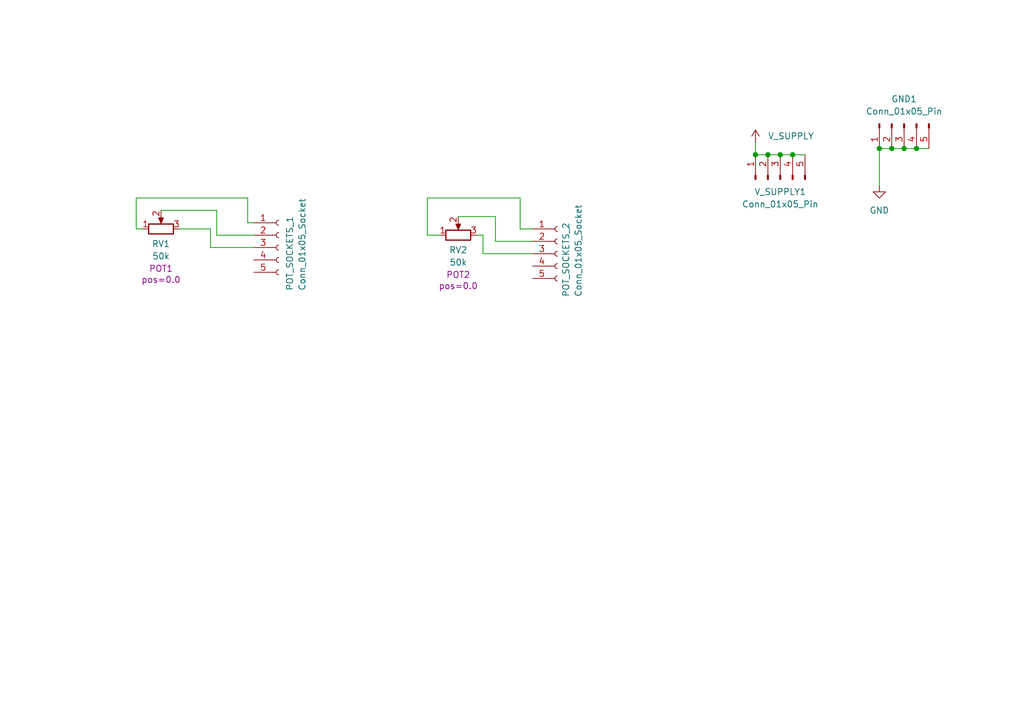
<source format=kicad_sch>
(kicad_sch (version 20231120) (generator "eeschema") (generator_version "8.0")
  (paper "A5")
  (lib_symbols
    (symbol "Connector:Conn_01x05_Pin" (pin_names (offset 1.016) hide)
      (property "Reference" "J" (at 0 7.62 0))
      (property "Value" "Conn_01x05_Pin" (at 0 -7.62 0))
      (symbol "Conn_01x05_Pin_1_1"
        (polyline (pts (xy 1.27 -5.08) (xy 0.8636 -5.08)) (stroke (width 0.1524)))
        (polyline (pts (xy 1.27 -2.54) (xy 0.8636 -2.54)) (stroke (width 0.1524)))
        (polyline (pts (xy 1.27 0) (xy 0.8636 0)) (stroke (width 0.1524)))
        (polyline (pts (xy 1.27 2.54) (xy 0.8636 2.54)) (stroke (width 0.1524)))
        (polyline (pts (xy 1.27 5.08) (xy 0.8636 5.08)) (stroke (width 0.1524)))
        (rectangle (start 0.8636 -4.953) (end 0 -5.207) (stroke (width 0.1524)) (fill (type outline)))
        (rectangle (start 0.8636 -2.413) (end 0 -2.667) (stroke (width 0.1524)) (fill (type outline)))
        (rectangle (start 0.8636 0.127) (end 0 -0.127) (stroke (width 0.1524)) (fill (type outline)))
        (rectangle (start 0.8636 2.667) (end 0 2.413) (stroke (width 0.1524)) (fill (type outline)))
        (rectangle (start 0.8636 5.207) (end 0 4.953) (stroke (width 0.1524)) (fill (type outline)))
        (pin passive line (at 5.08 5.08 180) (length 3.81) (name "Pin_1") (number "1"))
        (pin passive line (at 5.08 2.54 180) (length 3.81) (name "Pin_2") (number "2"))
        (pin passive line (at 5.08 0 180) (length 3.81) (name "Pin_3") (number "3"))
        (pin passive line (at 5.08 -2.54 180) (length 3.81) (name "Pin_4") (number "4"))
        (pin passive line (at 5.08 -5.08 180) (length 3.81) (name "Pin_5") (number "5"))
      )
    )
    (symbol "Connector:Conn_01x05_Socket" (pin_names (offset 1.016) hide)
      (property "Reference" "J" (at 0 7.62 0))
      (property "Value" "Conn_01x05_Socket" (at 0 -7.62 0))
      (symbol "Conn_01x05_Socket_1_1"
        (arc (start 0 -4.572) (mid -0.5058 -5.08) (end 0 -5.588) (stroke (width 0.1524)))
        (arc (start 0 -2.032) (mid -0.5058 -2.54) (end 0 -3.048) (stroke (width 0.1524)))
        (polyline (pts (xy -1.27 -5.08) (xy -0.508 -5.08)) (stroke (width 0.1524)))
        (polyline (pts (xy -1.27 -2.54) (xy -0.508 -2.54)) (stroke (width 0.1524)))
        (polyline (pts (xy -1.27 0) (xy -0.508 0)) (stroke (width 0.1524)))
        (polyline (pts (xy -1.27 2.54) (xy -0.508 2.54)) (stroke (width 0.1524)))
        (polyline (pts (xy -1.27 5.08) (xy -0.508 5.08)) (stroke (width 0.1524)))
        (arc (start 0 0.508) (mid -0.5058 0) (end 0 -0.508) (stroke (width 0.1524)))
        (arc (start 0 3.048) (mid -0.5058 2.54) (end 0 2.032) (stroke (width 0.1524)))
        (arc (start 0 5.588) (mid -0.5058 5.08) (end 0 4.572) (stroke (width 0.1524)))
        (pin passive line (at -5.08 5.08 0) (length 3.81) (name "Pin_1") (number "1"))
        (pin passive line (at -5.08 2.54 0) (length 3.81) (name "Pin_2") (number "2"))
        (pin passive line (at -5.08 0 0) (length 3.81) (name "Pin_3") (number "3"))
        (pin passive line (at -5.08 -2.54 0) (length 3.81) (name "Pin_4") (number "4"))
        (pin passive line (at -5.08 -5.08 0) (length 3.81) (name "Pin_5") (number "5"))
      )
    )
    (symbol "Device:R_Potentiometer" (pin_names (offset 1.016) hide)
      (property "Reference" "RV" (at -4.445 0 90))
      (property "Value" "R_Potentiometer" (at -2.54 0 90))
      (symbol "R_Potentiometer_0_1"
        (polyline (pts (xy 2.54 0) (xy 1.524 0)))
        (polyline (pts (xy 1.143 0) (xy 2.286 0.508) (xy 2.286 -0.508) (xy 1.143 0)) (fill (type outline)))
        (rectangle (start 1.016 2.54) (end -1.016 -2.54) (stroke (width 0.254)))
      )
      (symbol "R_Potentiometer_1_1"
        (pin passive line (at 0 3.81 270) (length 1.27) (name "1") (number "1"))
        (pin passive line (at 3.81 0 180) (length 1.27) (name "2") (number "2"))
        (pin passive line (at 0 -3.81 90) (length 1.27) (name "3") (number "3"))
      )
    )
    (symbol "power:+5V" (power) (pin_numbers hide) (pin_names (offset 0) hide)
      (property "Value" "+5V" (at 0 3.556 0))
      (symbol "+5V_0_1"
        (polyline (pts (xy -0.762 1.27) (xy 0 2.54)))
        (polyline (pts (xy 0 0) (xy 0 2.54)))
        (polyline (pts (xy 0 2.54) (xy 0.762 1.27)))
      )
      (symbol "+5V_1_1"
        (pin power_in line (at 0 0 90) (length 0) (name "~") (number "1"))
      )
    )
    (symbol "power:GND" (power) (pin_numbers hide) (pin_names (offset 0) hide)
      (property "Value" "GND" (at 0 -3.81 0))
      (symbol "GND_0_1"
        (polyline (pts (xy 0 0) (xy 0 -1.27) (xy 1.27 -1.27) (xy 0 -2.54) (xy -1.27 -1.27) (xy 0 -1.27)))
      )
      (symbol "GND_1_1"
        (pin power_in line (at 0 0 270) (length 0) (name "~") (number "1"))
      )
    )
  )
  (junction (at 157.48 31.75))
  (junction (at 182.88 30.48))
  (junction (at 154.94 31.75))
  (junction (at 162.56 31.75))
  (junction (at 187.96 30.48))
  (junction (at 185.42 30.48))
  (junction (at 160.02 31.75))
  (junction (at 180.34 30.48))
  (wire (pts (xy 27.94 40.64) (xy 50.8 40.64)))
  (wire (pts (xy 27.94 46.99) (xy 27.94 40.64)))
  (wire (pts (xy 43.18 46.99) (xy 43.18 50.8)))
  (wire (pts (xy 162.56 31.75) (xy 165.1 31.75)))
  (wire (pts (xy 44.45 43.18) (xy 44.45 48.26)))
  (wire (pts (xy 154.94 31.75) (xy 157.48 31.75)))
  (wire (pts (xy 93.98 44.45) (xy 101.6 44.45)))
  (wire (pts (xy 187.96 30.48) (xy 190.5 30.48)))
  (wire (pts (xy 160.02 31.75) (xy 162.56 31.75)))
  (wire (pts (xy 43.18 50.8) (xy 52.07 50.8)))
  (wire (pts (xy 87.63 48.26) (xy 87.63 40.64)))
  (wire (pts (xy 33.02 43.18) (xy 44.45 43.18)))
  (wire (pts (xy 180.34 30.48) (xy 182.88 30.48)))
  (wire (pts (xy 106.68 40.64) (xy 106.68 46.99)))
  (wire (pts (xy 99.06 48.26) (xy 99.06 52.07)))
  (wire (pts (xy 36.83 46.99) (xy 43.18 46.99)))
  (wire (pts (xy 180.34 30.48) (xy 180.34 38.1)))
  (wire (pts (xy 90.17 48.26) (xy 87.63 48.26)))
  (wire (pts (xy 154.94 31.75) (xy 154.94 29.21)))
  (wire (pts (xy 101.6 44.45) (xy 101.6 49.53)))
  (wire (pts (xy 185.42 30.48) (xy 187.96 30.48)))
  (wire (pts (xy 50.8 40.64) (xy 50.8 45.72)))
  (wire (pts (xy 101.6 49.53) (xy 109.22 49.53)))
  (wire (pts (xy 106.68 46.99) (xy 109.22 46.99)))
  (wire (pts (xy 157.48 31.75) (xy 160.02 31.75)))
  (wire (pts (xy 44.45 48.26) (xy 52.07 48.26)))
  (wire (pts (xy 50.8 45.72) (xy 52.07 45.72)))
  (wire (pts (xy 97.79 48.26) (xy 99.06 48.26)))
  (wire (pts (xy 99.06 52.07) (xy 109.22 52.07)))
  (wire (pts (xy 87.63 40.64) (xy 106.68 40.64)))
  (wire (pts (xy 29.21 46.99) (xy 27.94 46.99)))
  (wire (pts (xy 182.88 30.48) (xy 185.42 30.48)))
  (symbol (lib_id "Connector:Conn_01x05_Pin") (at 160.02 36.83 90) (unit 1) (exclude_from_sim yes)
    (property "Reference" "V_SUPPLY1" (at 160.02 39.37 90))
    (property "Value" "Conn_01x05_Pin" (at 160.02 41.91 90))
    (property "Footprint" "BreadModular_MISC:Power_Connector" (effects (hide yes)))
    (property "Description" "Generic connector, single row, 01x05, script generated" (effects (hide yes)))
  )
  (symbol (lib_id "power:+5V") (at 154.94 29.21 0) (unit 1)
    (property "Reference" "#PWR01" (effects (hide yes)))
    (property "Value" "V_SUPPLY" (at 157.48 27.9399 0) (effects (justify left)))
    (property "Description" "Power symbol creates a global label with name \"+5V\"" (effects (hide yes)))
  )
  (symbol (lib_id "power:GND") (at 180.34 38.1 0) (unit 1)
    (property "Reference" "#PWR05" (effects (hide yes)))
    (property "Value" "GND" (at 180.34 43.18 0))
    (property "Description" "Power symbol creates a global label with name \"GND\" , ground" (effects (hide yes)))
  )
  (symbol (lib_id "Device:R_Potentiometer") (at 33.02 46.99 90) (unit 1)
    (property "Reference" "RV1" (at 33.02 50.038 90))
    (property "Value" "50k" (at 33.02 52.578 90))
    (property "Footprint" "BreadModular_Pots:Potentiometer_RV09" (effects (hide yes)))
    (property "Description" "Potentiometer" (effects (hide yes)))
    (property "Sim.Device" "R" (effects (hide yes)))
    (property "Sim.Type" "POT" (effects (hide yes)))
    (property "Sim.Pins" "1=r0 2=wiper 3=r1" (effects (hide yes)))
    (property "Sim.Params" "pos=0.0" (at 33.02 57.404 90))
    (property "Comment" "POT1" (at 33.02 55.118 90))
  )
  (symbol (lib_id "Device:R_Potentiometer") (at 93.98 48.26 90) (unit 1)
    (property "Reference" "RV2" (at 93.98 51.308 90))
    (property "Value" "50k" (at 93.98 53.848 90))
    (property "Footprint" "BreadModular_Pots:Potentiometer_RV09" (effects (hide yes)))
    (property "Description" "Potentiometer" (effects (hide yes)))
    (property "Sim.Device" "R" (effects (hide yes)))
    (property "Sim.Type" "POT" (effects (hide yes)))
    (property "Sim.Pins" "1=r0 2=wiper 3=r1" (effects (hide yes)))
    (property "Sim.Params" "pos=0.0" (at 93.98 58.674 90))
    (property "Comment" "POT2" (at 93.98 56.388 90))
  )
  (symbol (lib_id "Connector:Conn_01x05_Socket") (at 114.3 52.07 0) (unit 1) (exclude_from_sim yes)
    (property "Reference" "POT_SOCKETS_2" (at 116.078 60.96 90) (effects (justify left)))
    (property "Value" "Conn_01x05_Socket" (at 118.618 60.96 90) (effects (justify left)))
    (property "Footprint" "Connector_PinSocket_2.54mm:PinSocket_1x05_P2.54mm_Vertical" (effects (hide yes)))
    (property "Description" "Generic connector, single row, 01x05, script generated" (effects (hide yes)))
  )
  (symbol (lib_id "Connector:Conn_01x05_Socket") (at 57.15 50.8 0) (unit 1) (exclude_from_sim yes)
    (property "Reference" "POT_SOCKETS_1" (at 59.436 59.69 90) (effects (justify left)))
    (property "Value" "Conn_01x05_Socket" (at 61.976 59.69 90) (effects (justify left)))
    (property "Footprint" "Connector_PinSocket_2.54mm:PinSocket_1x05_P2.54mm_Vertical" (effects (hide yes)))
    (property "Description" "Generic connector, single row, 01x05, script generated" (effects (hide yes)))
  )
  (symbol (lib_id "Connector:Conn_01x05_Pin") (at 185.42 25.4 90) (mirror x) (unit 1) (exclude_from_sim yes)
    (property "Reference" "GND1" (at 185.42 20.32 90))
    (property "Value" "Conn_01x05_Pin" (at 185.42 22.86 90))
    (property "Footprint" "BreadModular_MISC:Power_Connector" (effects (hide yes)))
    (property "Description" "Generic connector, single row, 01x05, script generated" (effects (hide yes)))
  )
)
</source>
